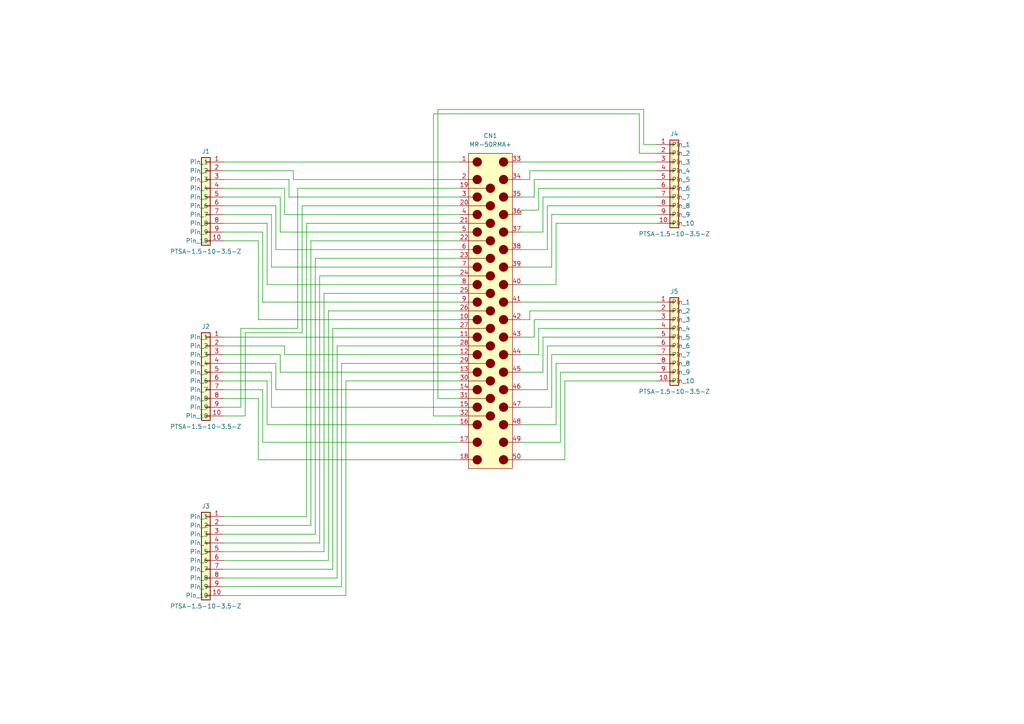
<source format=kicad_sch>
(kicad_sch (version 20211123) (generator eeschema)
  (paper "A4")
  (title_block (title "MR-50 Breakout Board") (date "2022-05-01") (rev "A"))
  (lib_symbols
    (symbol "Connector_Honda:MR-50RMA+"
      (property "Reference" "CN?" (at 0 0 0))
      (property "Value" "MR-50RMA+" (at 0 -2.54 0))
      (symbol "MR-50RMA+_0_1"
        (rectangle (start -6.35 -5.08) (end 6.35 -96.52) (fill (type background)))
        (circle (center -3.81 -93.98) (radius 1.27) (fill (type outline)))
        (circle (center -3.81 -88.9) (radius 1.27) (fill (type outline)))
        (circle (center -3.81 -83.82) (radius 1.27) (fill (type outline)))
        (circle (center -3.81 -78.74) (radius 1.27) (fill (type outline)))
        (circle (center -3.81 -73.66) (radius 1.27) (fill (type outline)))
        (circle (center -3.81 -68.58) (radius 1.27) (fill (type outline)))
        (circle (center -3.81 -63.5) (radius 1.27) (fill (type outline)))
        (circle (center -3.81 -58.42) (radius 1.27) (fill (type outline)))
        (circle (center -3.81 -53.34) (radius 1.27) (fill (type outline)))
        (circle (center -3.81 -48.26) (radius 1.27) (fill (type outline)))
        (circle (center -3.81 -43.18) (radius 1.27) (fill (type outline)))
        (circle (center -3.81 -38.1) (radius 1.27) (fill (type outline)))
        (circle (center -3.81 -33.02) (radius 1.27) (fill (type outline)))
        (circle (center -3.81 -27.94) (radius 1.27) (fill (type outline)))
        (circle (center -3.81 -22.86) (radius 1.27) (fill (type outline)))
        (circle (center -3.81 -17.78) (radius 1.27) (fill (type outline)))
        (circle (center -3.81 -12.7) (radius 1.27) (fill (type outline)))
        (circle (center -3.81 -7.62) (radius 1.27) (fill (type outline)))
        (circle (center 0 -81.28) (radius 1.27) (fill (type outline)))
        (circle (center 0 -76.2) (radius 1.27) (fill (type outline)))
        (circle (center 0 -71.12) (radius 1.27) (fill (type outline)))
        (circle (center 0 -66.04) (radius 1.27) (fill (type outline)))
        (circle (center 0 -60.96) (radius 1.27) (fill (type outline)))
        (circle (center 0 -55.88) (radius 1.27) (fill (type outline)))
        (circle (center 0 -50.8) (radius 1.27) (fill (type outline)))
        (circle (center 0 -45.72) (radius 1.27) (fill (type outline)))
        (circle (center 0 -40.64) (radius 1.27) (fill (type outline)))
        (circle (center 0 -35.56) (radius 1.27) (fill (type outline)))
        (circle (center 0 -30.48) (radius 1.27) (fill (type outline)))
        (circle (center 0 -25.4) (radius 1.27) (fill (type outline)))
        (circle (center 0 -20.32) (radius 1.27) (fill (type outline)))
        (circle (center 0 -15.24) (radius 1.27) (fill (type outline)))
        (polyline (pts (xy -6.35 -93.98) (xy -3.81 -93.98)))
        (polyline (pts (xy -6.35 -88.9) (xy -3.81 -88.9)))
        (polyline (pts (xy -6.35 -83.82) (xy -3.81 -83.82)))
        (polyline (pts (xy -6.35 -81.28) (xy 0 -81.28)))
        (polyline (pts (xy -6.35 -78.74) (xy -3.81 -78.74)))
        (polyline (pts (xy -6.35 -76.2) (xy 0 -76.2)))
        (polyline (pts (xy -6.35 -73.66) (xy -3.81 -73.66)))
        (polyline (pts (xy -6.35 -71.12) (xy 0 -71.12)))
        (polyline (pts (xy -6.35 -68.58) (xy -3.81 -68.58)))
        (polyline (pts (xy -6.35 -66.04) (xy 0 -66.04)))
        (polyline (pts (xy -6.35 -63.5) (xy -3.81 -63.5)))
        (polyline (pts (xy -6.35 -60.96) (xy 0 -60.96)))
        (polyline (pts (xy -6.35 -58.42) (xy -3.81 -58.42)))
        (polyline (pts (xy -6.35 -55.88) (xy 0 -55.88)))
        (polyline (pts (xy -6.35 -53.34) (xy -3.81 -53.34)))
        (polyline (pts (xy -6.35 -50.8) (xy 0 -50.8)))
        (polyline (pts (xy -6.35 -48.26) (xy -3.81 -48.26)))
        (polyline (pts (xy -6.35 -45.72) (xy 0 -45.72)))
        (polyline (pts (xy -6.35 -43.18) (xy -3.81 -43.18)))
        (polyline (pts (xy -6.35 -40.64) (xy 0 -40.64)))
        (polyline (pts (xy -6.35 -38.1) (xy -3.81 -38.1)))
        (polyline (pts (xy -6.35 -35.56) (xy 0 -35.56)))
        (polyline (pts (xy -6.35 -33.02) (xy -3.81 -33.02)))
        (polyline (pts (xy -6.35 -30.48) (xy 0 -30.48)))
        (polyline (pts (xy -6.35 -27.94) (xy -3.81 -27.94)))
        (polyline (pts (xy -6.35 -25.4) (xy 0 -25.4)))
        (polyline (pts (xy -6.35 -22.86) (xy -3.81 -22.86)))
        (polyline (pts (xy -6.35 -20.32) (xy 0 -20.32)))
        (polyline (pts (xy -6.35 -17.78) (xy -3.81 -17.78)))
        (polyline (pts (xy -6.35 -15.24) (xy 0 -15.24)))
        (polyline (pts (xy -6.35 -12.7) (xy -3.81 -12.7)))
        (polyline (pts (xy -6.35 -7.62) (xy -3.81 -7.62)))
        (polyline (pts (xy 6.35 -93.98) (xy 3.81 -93.98)))
        (polyline (pts (xy 6.35 -88.9) (xy 3.81 -88.9)))
        (polyline (pts (xy 6.35 -83.82) (xy 3.81 -83.82)))
        (polyline (pts (xy 6.35 -78.74) (xy 3.81 -78.74)))
        (polyline (pts (xy 6.35 -73.66) (xy 3.81 -73.66)))
        (polyline (pts (xy 6.35 -68.58) (xy 3.81 -68.58)))
        (polyline (pts (xy 6.35 -63.5) (xy 3.81 -63.5)))
        (polyline (pts (xy 6.35 -58.42) (xy 3.81 -58.42)))
        (polyline (pts (xy 6.35 -53.34) (xy 3.81 -53.34)))
        (polyline (pts (xy 6.35 -48.26) (xy 3.81 -48.26)))
        (polyline (pts (xy 6.35 -43.18) (xy 3.81 -43.18)))
        (polyline (pts (xy 6.35 -38.1) (xy 3.81 -38.1)))
        (polyline (pts (xy 6.35 -33.02) (xy 3.81 -33.02)))
        (polyline (pts (xy 6.35 -27.94) (xy 3.81 -27.94)))
        (polyline (pts (xy 6.35 -22.86) (xy 3.81 -22.86)))
        (polyline (pts (xy 6.35 -17.78) (xy 3.81 -17.78)))
        (polyline (pts (xy 6.35 -12.7) (xy 3.81 -12.7)))
        (polyline (pts (xy 6.35 -7.62) (xy 3.81 -7.62)))
        (circle (center 3.81 -93.98) (radius 1.27) (fill (type outline)))
        (circle (center 3.81 -88.9) (radius 1.27) (fill (type outline)))
        (circle (center 3.81 -83.82) (radius 1.27) (fill (type outline)))
        (circle (center 3.81 -78.74) (radius 1.27) (fill (type outline)))
        (circle (center 3.81 -73.66) (radius 1.27) (fill (type outline)))
        (circle (center 3.81 -68.58) (radius 1.27) (fill (type outline)))
        (circle (center 3.81 -63.5) (radius 1.27) (fill (type outline)))
        (circle (center 3.81 -58.42) (radius 1.27) (fill (type outline)))
        (circle (center 3.81 -53.34) (radius 1.27) (fill (type outline)))
        (circle (center 3.81 -48.26) (radius 1.27) (fill (type outline)))
        (circle (center 3.81 -43.18) (radius 1.27) (fill (type outline)))
        (circle (center 3.81 -38.1) (radius 1.27) (fill (type outline)))
        (circle (center 3.81 -33.02) (radius 1.27) (fill (type outline)))
        (circle (center 3.81 -27.94) (radius 1.27) (fill (type outline)))
        (circle (center 3.81 -22.86) (radius 1.27) (fill (type outline)))
        (circle (center 3.81 -17.78) (radius 1.27) (fill (type outline)))
        (circle (center 3.81 -12.7) (radius 1.27) (fill (type outline)))
        (circle (center 3.81 -7.62) (radius 1.27) (fill (type outline)))
      )
      (symbol "MR-50RMA+_1_1"
        (pin passive line (at -8.89 -7.62 0) (length 2.54) (name "") (number "1"))
        (pin passive line (at -8.89 -53.34 0) (length 2.54) (name "") (number "10"))
        (pin passive line (at -8.89 -58.42 0) (length 2.54) (name "") (number "11"))
        (pin passive line (at -8.89 -63.5 0) (length 2.54) (name "") (number "12"))
        (pin passive line (at -8.89 -68.58 0) (length 2.54) (name "") (number "13"))
        (pin passive line (at -8.89 -73.66 0) (length 2.54) (name "") (number "14"))
        (pin passive line (at -8.89 -78.74 0) (length 2.54) (name "") (number "15"))
        (pin passive line (at -8.89 -83.82 0) (length 2.54) (name "") (number "16"))
        (pin passive line (at -8.89 -88.9 0) (length 2.54) (name "") (number "17"))
        (pin passive line (at -8.89 -93.98 0) (length 2.54) (name "") (number "18"))
        (pin passive line (at -8.89 -15.24 0) (length 2.54) (name "") (number "19"))
        (pin passive line (at -8.89 -12.7 0) (length 2.54) (name "") (number "2"))
        (pin passive line (at -8.89 -20.32 0) (length 2.54) (name "") (number "20"))
        (pin passive line (at -8.89 -25.4 0) (length 2.54) (name "") (number "21"))
        (pin passive line (at -8.89 -30.48 0) (length 2.54) (name "") (number "22"))
        (pin passive line (at -8.89 -35.56 0) (length 2.54) (name "") (number "23"))
        (pin passive line (at -8.89 -40.64 0) (length 2.54) (name "") (number "24"))
        (pin passive line (at -8.89 -45.72 0) (length 2.54) (name "") (number "25"))
        (pin passive line (at -8.89 -50.8 0) (length 2.54) (name "") (number "26"))
        (pin passive line (at -8.89 -55.88 0) (length 2.54) (name "") (number "27"))
        (pin passive line (at -8.89 -60.96 0) (length 2.54) (name "") (number "28"))
        (pin passive line (at -8.89 -66.04 0) (length 2.54) (name "") (number "29"))
        (pin passive line (at -8.89 -17.78 0) (length 2.54) (name "") (number "3"))
        (pin passive line (at -8.89 -71.12 0) (length 2.54) (name "") (number "30"))
        (pin passive line (at -8.89 -76.2 0) (length 2.54) (name "") (number "31"))
        (pin passive line (at -8.89 -81.28 0) (length 2.54) (name "") (number "32"))
        (pin passive line (at 8.89 -7.62 180) (length 2.54) (name "") (number "33"))
        (pin passive line (at 8.89 -12.7 180) (length 2.54) (name "") (number "34"))
        (pin passive line (at 8.89 -17.78 180) (length 2.54) (name "") (number "35"))
        (pin passive line (at 8.89 -22.86 180) (length 2.54) (name "") (number "36"))
        (pin passive line (at 8.89 -27.94 180) (length 2.54) (name "") (number "37"))
        (pin passive line (at 8.89 -33.02 180) (length 2.54) (name "") (number "38"))
        (pin passive line (at 8.89 -38.1 180) (length 2.54) (name "") (number "39"))
        (pin passive line (at -8.89 -22.86 0) (length 2.54) (name "") (number "4"))
        (pin passive line (at 8.89 -43.18 180) (length 2.54) (name "") (number "40"))
        (pin passive line (at 8.89 -48.26 180) (length 2.54) (name "") (number "41"))
        (pin passive line (at 8.89 -53.34 180) (length 2.54) (name "") (number "42"))
        (pin passive line (at 8.89 -58.42 180) (length 2.54) (name "") (number "43"))
        (pin passive line (at 8.89 -63.5 180) (length 2.54) (name "") (number "44"))
        (pin passive line (at 8.89 -68.58 180) (length 2.54) (name "") (number "45"))
        (pin passive line (at 8.89 -73.66 180) (length 2.54) (name "") (number "46"))
        (pin passive line (at 8.89 -78.74 180) (length 2.54) (name "") (number "47"))
        (pin passive line (at 8.89 -83.82 180) (length 2.54) (name "") (number "48"))
        (pin passive line (at 8.89 -88.9 180) (length 2.54) (name "") (number "49"))
        (pin passive line (at -8.89 -27.94 0) (length 2.54) (name "") (number "5"))
        (pin passive line (at 8.89 -93.98 180) (length 2.54) (name "") (number "50"))
        (pin passive line (at -8.89 -33.02 0) (length 2.54) (name "") (number "6"))
        (pin passive line (at -8.89 -38.1 0) (length 2.54) (name "") (number "7"))
        (pin passive line (at -8.89 -43.18 0) (length 2.54) (name "") (number "8"))
        (pin passive line (at -8.89 -48.26 0) (length 2.54) (name "") (number "9"))
      )
    )
    (symbol "Connector_Phoenix_PTSA:PTSA-1.5-10-3.5-Z"
      (property "Reference" "J?" (at 0 0 0))
      (property "Value" "PTSA-1.5-10-3.5-Z" (at 0 -30.48 0))
      (symbol "PTSA-1.5-10-3.5-Z_1_1"
        (rectangle (start -1.27 -26.543) (end 0 -26.797) (stroke (width 0.1524)))
        (rectangle (start -1.27 -24.003) (end 0 -24.257) (stroke (width 0.1524)))
        (rectangle (start -1.27 -21.463) (end 0 -21.717) (stroke (width 0.1524)))
        (rectangle (start -1.27 -18.923) (end 0 -19.177) (stroke (width 0.1524)))
        (rectangle (start -1.27 -16.383) (end 0 -16.637) (stroke (width 0.1524)))
        (rectangle (start -1.27 -13.843) (end 0 -14.097) (stroke (width 0.1524)))
        (rectangle (start -1.27 -11.303) (end 0 -11.557) (stroke (width 0.1524)))
        (rectangle (start -1.27 -8.763) (end 0 -9.017) (stroke (width 0.1524)))
        (rectangle (start -1.27 -6.223) (end 0 -6.477) (stroke (width 0.1524)))
        (rectangle (start -1.27 -3.683) (end 0 -3.937) (stroke (width 0.1524)))
        (rectangle (start -1.27 -2.54) (end 1.27 -27.94) (stroke (width 0.254)) (fill (type background)))
        (pin passive line (at -5.08 -3.81 0) (length 3.81) (name "Pin_1") (number "1"))
        (pin passive line (at -5.08 -26.67 0) (length 3.81) (name "Pin_10") (number "10"))
        (pin passive line (at -5.08 -6.35 0) (length 3.81) (name "Pin_2") (number "2"))
        (pin passive line (at -5.08 -8.89 0) (length 3.81) (name "Pin_3") (number "3"))
        (pin passive line (at -5.08 -11.43 0) (length 3.81) (name "Pin_4") (number "4"))
        (pin passive line (at -5.08 -13.97 0) (length 3.81) (name "Pin_5") (number "5"))
        (pin passive line (at -5.08 -16.51 0) (length 3.81) (name "Pin_6") (number "6"))
        (pin passive line (at -5.08 -19.05 0) (length 3.81) (name "Pin_7") (number "7"))
        (pin passive line (at -5.08 -21.59 0) (length 3.81) (name "Pin_8") (number "8"))
        (pin passive line (at -5.08 -24.13 0) (length 3.81) (name "Pin_9") (number "9"))
      )
    )
  )
  (wire (pts (xy 158.75 113.03) (xy 158.75 100.33)))
  (wire (pts (xy 157.48 107.95) (xy 157.48 97.79)))
  (wire (pts (xy 99.06 170.18) (xy 64.77 170.18)))
  (wire (pts (xy 151.13 72.39) (xy 158.75 72.39)))
  (wire (pts (xy 154.94 57.15) (xy 154.94 52.07)))
  (wire (pts (xy 64.77 113.03) (xy 76.2 113.03)))
  (wire (pts (xy 160.02 102.87) (xy 190.5 102.87)))
  (wire (pts (xy 64.77 54.61) (xy 82.55 54.61)))
  (wire (pts (xy 91.44 74.93) (xy 91.44 154.94)))
  (wire (pts (xy 64.77 100.33) (xy 82.55 100.33)))
  (wire (pts (xy 153.67 52.07) (xy 153.67 49.53)))
  (wire (pts (xy 64.77 52.07) (xy 83.82 52.07)))
  (wire (pts (xy 133.35 59.69) (xy 87.63 59.69)))
  (wire (pts (xy 151.13 62.23) (xy 151.13 60.96)))
  (wire (pts (xy 151.13 107.95) (xy 157.48 107.95)))
  (wire (pts (xy 77.47 123.19) (xy 133.35 123.19)))
  (wire (pts (xy 158.75 59.69) (xy 190.5 59.69)))
  (wire (pts (xy 95.25 90.17) (xy 95.25 162.56)))
  (wire (pts (xy 133.35 100.33) (xy 97.79 100.33)))
  (wire (pts (xy 151.13 118.11) (xy 160.02 118.11)))
  (wire (pts (xy 160.02 62.23) (xy 190.5 62.23)))
  (wire (pts (xy 157.48 57.15) (xy 190.5 57.15)))
  (wire (pts (xy 151.13 82.55) (xy 161.29 82.55)))
  (wire (pts (xy 92.71 80.01) (xy 92.71 157.48)))
  (wire (pts (xy 87.63 59.69) (xy 87.63 96.52)))
  (wire (pts (xy 125.73 33.02) (xy 185.42 33.02)))
  (wire (pts (xy 154.94 97.79) (xy 154.94 92.71)))
  (wire (pts (xy 158.75 100.33) (xy 190.5 100.33)))
  (wire (pts (xy 151.13 133.35) (xy 163.83 133.35)))
  (wire (pts (xy 161.29 105.41) (xy 190.5 105.41)))
  (wire (pts (xy 151.13 60.96) (xy 156.21 60.96)))
  (wire (pts (xy 97.79 100.33) (xy 97.79 167.64)))
  (wire (pts (xy 85.09 52.07) (xy 133.35 52.07)))
  (wire (pts (xy 133.35 115.57) (xy 127 115.57)))
  (wire (pts (xy 156.21 102.87) (xy 156.21 95.25)))
  (wire (pts (xy 96.52 165.1) (xy 64.77 165.1)))
  (wire (pts (xy 64.77 115.57) (xy 74.93 115.57)))
  (wire (pts (xy 163.83 110.49) (xy 190.5 110.49)))
  (wire (pts (xy 133.35 90.17) (xy 95.25 90.17)))
  (wire (pts (xy 82.55 102.87) (xy 133.35 102.87)))
  (wire (pts (xy 71.12 96.52) (xy 71.12 120.65)))
  (wire (pts (xy 133.35 64.77) (xy 88.9 64.77)))
  (wire (pts (xy 64.77 67.31) (xy 76.2 67.31)))
  (wire (pts (xy 154.94 92.71) (xy 190.5 92.71)))
  (wire (pts (xy 64.77 162.56) (xy 95.25 162.56)))
  (wire (pts (xy 133.35 85.09) (xy 93.98 85.09)))
  (wire (pts (xy 151.13 123.19) (xy 161.29 123.19)))
  (wire (pts (xy 161.29 123.19) (xy 161.29 105.41)))
  (wire (pts (xy 156.21 54.61) (xy 190.5 54.61)))
  (wire (pts (xy 83.82 52.07) (xy 83.82 57.15)))
  (wire (pts (xy 133.35 120.65) (xy 125.73 120.65)))
  (wire (pts (xy 100.33 110.49) (xy 100.33 172.72)))
  (wire (pts (xy 133.35 95.25) (xy 96.52 95.25)))
  (wire (pts (xy 80.01 113.03) (xy 133.35 113.03)))
  (wire (pts (xy 64.77 64.77) (xy 77.47 64.77)))
  (wire (pts (xy 151.13 92.71) (xy 153.67 92.71)))
  (wire (pts (xy 127 31.75) (xy 186.69 31.75)))
  (wire (pts (xy 64.77 172.72) (xy 100.33 172.72)))
  (wire (pts (xy 163.83 133.35) (xy 163.83 110.49)))
  (wire (pts (xy 186.69 41.91) (xy 190.5 41.91)))
  (wire (pts (xy 153.67 49.53) (xy 190.5 49.53)))
  (wire (pts (xy 86.36 95.25) (xy 69.85 95.25)))
  (wire (pts (xy 78.74 107.95) (xy 78.74 118.11)))
  (wire (pts (xy 74.93 115.57) (xy 74.93 133.35)))
  (wire (pts (xy 91.44 154.94) (xy 64.77 154.94)))
  (wire (pts (xy 81.28 67.31) (xy 133.35 67.31)))
  (wire (pts (xy 154.94 52.07) (xy 190.5 52.07)))
  (wire (pts (xy 81.28 107.95) (xy 133.35 107.95)))
  (wire (pts (xy 81.28 57.15) (xy 81.28 67.31)))
  (wire (pts (xy 90.17 152.4) (xy 64.77 152.4)))
  (wire (pts (xy 133.35 74.93) (xy 91.44 74.93)))
  (wire (pts (xy 90.17 69.85) (xy 90.17 152.4)))
  (wire (pts (xy 76.2 87.63) (xy 133.35 87.63)))
  (wire (pts (xy 88.9 64.77) (xy 88.9 149.86)))
  (wire (pts (xy 77.47 82.55) (xy 133.35 82.55)))
  (wire (pts (xy 160.02 77.47) (xy 160.02 62.23)))
  (wire (pts (xy 78.74 77.47) (xy 133.35 77.47)))
  (wire (pts (xy 93.98 160.02) (xy 64.77 160.02)))
  (wire (pts (xy 96.52 95.25) (xy 96.52 165.1)))
  (wire (pts (xy 92.71 157.48) (xy 64.77 157.48)))
  (wire (pts (xy 64.77 69.85) (xy 74.93 69.85)))
  (wire (pts (xy 151.13 46.99) (xy 190.5 46.99)))
  (wire (pts (xy 161.29 64.77) (xy 190.5 64.77)))
  (wire (pts (xy 71.12 120.65) (xy 64.77 120.65)))
  (wire (pts (xy 151.13 102.87) (xy 156.21 102.87)))
  (wire (pts (xy 161.29 82.55) (xy 161.29 64.77)))
  (wire (pts (xy 158.75 72.39) (xy 158.75 59.69)))
  (wire (pts (xy 156.21 60.96) (xy 156.21 54.61)))
  (wire (pts (xy 78.74 118.11) (xy 133.35 118.11)))
  (wire (pts (xy 64.77 62.23) (xy 78.74 62.23)))
  (wire (pts (xy 88.9 149.86) (xy 64.77 149.86)))
  (wire (pts (xy 99.06 105.41) (xy 99.06 170.18)))
  (wire (pts (xy 97.79 167.64) (xy 64.77 167.64)))
  (wire (pts (xy 82.55 100.33) (xy 82.55 102.87)))
  (wire (pts (xy 78.74 62.23) (xy 78.74 77.47)))
  (wire (pts (xy 157.48 67.31) (xy 157.48 57.15)))
  (wire (pts (xy 64.77 57.15) (xy 81.28 57.15)))
  (wire (pts (xy 162.56 107.95) (xy 190.5 107.95)))
  (wire (pts (xy 185.42 44.45) (xy 190.5 44.45)))
  (wire (pts (xy 133.35 105.41) (xy 99.06 105.41)))
  (wire (pts (xy 151.13 77.47) (xy 160.02 77.47)))
  (wire (pts (xy 82.55 54.61) (xy 82.55 62.23)))
  (wire (pts (xy 77.47 64.77) (xy 77.47 82.55)))
  (wire (pts (xy 64.77 105.41) (xy 80.01 105.41)))
  (wire (pts (xy 151.13 67.31) (xy 157.48 67.31)))
  (wire (pts (xy 157.48 97.79) (xy 190.5 97.79)))
  (wire (pts (xy 153.67 92.71) (xy 153.67 90.17)))
  (wire (pts (xy 162.56 128.27) (xy 162.56 107.95)))
  (wire (pts (xy 64.77 110.49) (xy 77.47 110.49)))
  (wire (pts (xy 69.85 95.25) (xy 69.85 118.11)))
  (wire (pts (xy 69.85 118.11) (xy 64.77 118.11)))
  (wire (pts (xy 74.93 133.35) (xy 133.35 133.35)))
  (wire (pts (xy 133.35 69.85) (xy 90.17 69.85)))
  (wire (pts (xy 83.82 57.15) (xy 133.35 57.15)))
  (wire (pts (xy 133.35 97.79) (xy 64.77 97.79)))
  (wire (pts (xy 160.02 118.11) (xy 160.02 102.87)))
  (wire (pts (xy 151.13 52.07) (xy 153.67 52.07)))
  (wire (pts (xy 64.77 46.99) (xy 133.35 46.99)))
  (wire (pts (xy 64.77 59.69) (xy 80.01 59.69)))
  (wire (pts (xy 125.73 120.65) (xy 125.73 33.02)))
  (wire (pts (xy 151.13 113.03) (xy 158.75 113.03)))
  (wire (pts (xy 76.2 67.31) (xy 76.2 87.63)))
  (wire (pts (xy 64.77 102.87) (xy 81.28 102.87)))
  (wire (pts (xy 76.2 128.27) (xy 133.35 128.27)))
  (wire (pts (xy 151.13 128.27) (xy 162.56 128.27)))
  (wire (pts (xy 133.35 110.49) (xy 100.33 110.49)))
  (wire (pts (xy 80.01 105.41) (xy 80.01 113.03)))
  (wire (pts (xy 85.09 49.53) (xy 85.09 52.07)))
  (wire (pts (xy 80.01 72.39) (xy 133.35 72.39)))
  (wire (pts (xy 153.67 90.17) (xy 190.5 90.17)))
  (wire (pts (xy 80.01 59.69) (xy 80.01 72.39)))
  (wire (pts (xy 77.47 110.49) (xy 77.47 123.19)))
  (wire (pts (xy 74.93 92.71) (xy 133.35 92.71)))
  (wire (pts (xy 185.42 33.02) (xy 185.42 44.45)))
  (wire (pts (xy 133.35 54.61) (xy 86.36 54.61)))
  (wire (pts (xy 133.35 62.23) (xy 82.55 62.23)))
  (wire (pts (xy 87.63 96.52) (xy 71.12 96.52)))
  (wire (pts (xy 64.77 107.95) (xy 78.74 107.95)))
  (wire (pts (xy 151.13 97.79) (xy 154.94 97.79)))
  (wire (pts (xy 64.77 49.53) (xy 85.09 49.53)))
  (wire (pts (xy 156.21 95.25) (xy 190.5 95.25)))
  (wire (pts (xy 151.13 57.15) (xy 154.94 57.15)))
  (wire (pts (xy 81.28 102.87) (xy 81.28 107.95)))
  (wire (pts (xy 127 115.57) (xy 127 31.75)))
  (wire (pts (xy 86.36 54.61) (xy 86.36 95.25)))
  (wire (pts (xy 76.2 113.03) (xy 76.2 128.27)))
  (wire (pts (xy 74.93 69.85) (xy 74.93 92.71)))
  (wire (pts (xy 186.69 31.75) (xy 186.69 41.91)))
  (wire (pts (xy 151.13 87.63) (xy 190.5 87.63)))
  (wire (pts (xy 133.35 80.01) (xy 92.71 80.01)))
  (wire (pts (xy 93.98 85.09) (xy 93.98 160.02)))
  (symbol (lib_id "Connector_Phoenix_PTSA:PTSA-1.5-10-3.5-Z") (at 59.69 93.98 0) (mirror y) (unit 1)
    (property "Reference" "J2" (at 59.69 93.98 0) (effects (justify top)))
    (property "Value" "PTSA-1.5-10-3.5-Z" (at 59.69 124.46 0) (effects (justify bottom)))
    (property "Footprint" "Connector_Phoenix_PTSA:PhoenixContact_PTSA_1,5_10_3,5-Z" (effects hide))
  )
  (symbol (lib_id "Connector_Phoenix_PTSA:PTSA-1.5-10-3.5-Z") (at 59.69 43.18 0) (mirror y) (unit 1)
    (property "Reference" "J1" (at 59.69 43.18 0) (effects (justify top)))
    (property "Value" "PTSA-1.5-10-3.5-Z" (at 59.69 73.66 0) (effects (justify bottom)))
    (property "Footprint" "Connector_Phoenix_PTSA:PhoenixContact_PTSA_1,5_10_3,5-Z" (effects hide))
  )
  (symbol (lib_id "Connector_Honda:MR-50RMA+") (at 142.24 39.37 0) (unit 1)
    (property "Reference" "CN1" (at 142.24 39.37 0))
    (property "Value" "MR-50RMA+" (at 142.24 41.91 0))
    (property "Footprint" "Connector_Honda:MR-50RMA+" (effects hide))
  )
  (symbol (lib_id "Connector_Phoenix_PTSA:PTSA-1.5-10-3.5-Z") (at 59.69 146.05 0) (mirror y) (unit 1)
    (property "Reference" "J3" (at 59.69 146.05 0) (effects (justify top)))
    (property "Value" "PTSA-1.5-10-3.5-Z" (at 59.69 176.53 0) (effects (justify bottom)))
    (property "Footprint" "Connector_Phoenix_PTSA:PhoenixContact_PTSA_1,5_10_3,5-Z" (effects hide))
  )
  (symbol (lib_id "Connector_Phoenix_PTSA:PTSA-1.5-10-3.5-Z") (at 195.58 38.1 0) (unit 1)
    (property "Reference" "J4" (at 195.58 38.1 0) (effects (justify top)))
    (property "Value" "PTSA-1.5-10-3.5-Z" (at 195.58 68.58 0) (effects (justify bottom)))
    (property "Footprint" "Connector_Phoenix_PTSA:PhoenixContact_PTSA_1,5_10_3,5-Z" (effects hide))
  )
  (symbol (lib_id "Connector_Phoenix_PTSA:PTSA-1.5-10-3.5-Z") (at 195.58 83.82 0) (unit 1)
    (property "Reference" "J5" (at 195.58 83.82 0) (effects (justify top)))
    (property "Value" "PTSA-1.5-10-3.5-Z" (at 195.58 114.3 0) (effects (justify bottom)))
    (property "Footprint" "Connector_Phoenix_PTSA:PhoenixContact_PTSA_1,5_10_3,5-Z" (effects hide))
  )
)
</source>
